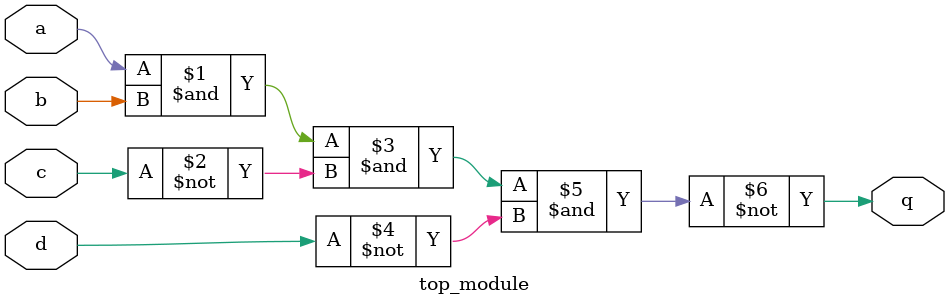
<source format=sv>
module top_module (
  input a,
  input b,
  input c,
  input d,
  output q
);

  assign q = ~(a & b & ~c & ~d);

endmodule

</source>
